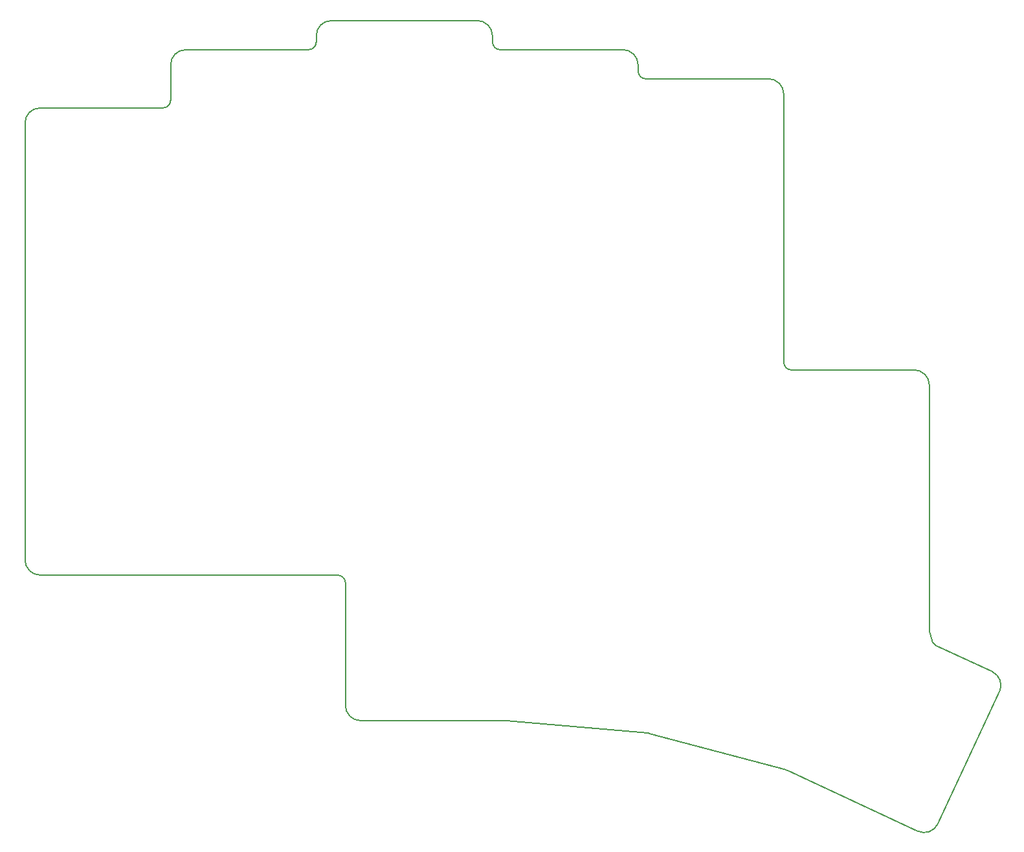
<source format=gbr>
%TF.GenerationSoftware,KiCad,Pcbnew,9.0.6*%
%TF.CreationDate,2026-01-03T00:52:00-08:00*%
%TF.ProjectId,pcb_left,7063625f-6c65-4667-942e-6b696361645f,4.2.1*%
%TF.SameCoordinates,Original*%
%TF.FileFunction,Profile,NP*%
%FSLAX46Y46*%
G04 Gerber Fmt 4.6, Leading zero omitted, Abs format (unit mm)*
G04 Created by KiCad (PCBNEW 9.0.6) date 2026-01-03 00:52:00*
%MOMM*%
%LPD*%
G01*
G04 APERTURE LIST*
%TA.AperFunction,Profile*%
%ADD10C,0.150000*%
%TD*%
G04 APERTURE END LIST*
D10*
X106575000Y-91755000D02*
G75*
G02*
X105575000Y-92755000I-1000000J0D01*
G01*
X87525000Y-94755000D02*
G75*
G02*
X89525000Y-92755000I2000000J0D01*
G01*
X109385000Y-161525000D02*
G75*
G02*
X110385000Y-162525000I0J-1000000D01*
G01*
X106575000Y-90945000D02*
X106575000Y-91755000D01*
X131391173Y-180578805D02*
X149976730Y-182204831D01*
X167725000Y-133665000D02*
X167725000Y-98565000D01*
X127625000Y-88945000D02*
X108575000Y-88945000D01*
X165725000Y-96565000D02*
G75*
G02*
X167725000Y-98565000I0J-2000000D01*
G01*
X149675000Y-96565000D02*
G75*
G02*
X148675000Y-95565000I0J1000000D01*
G01*
X70475000Y-161525000D02*
G75*
G02*
X68475000Y-159525000I0J2000000D01*
G01*
X184775000Y-134665000D02*
G75*
G02*
X186775000Y-136665000I0J-2000000D01*
G01*
X187891175Y-194061934D02*
G75*
G02*
X185233310Y-195029342I-1812675J845334D01*
G01*
X187089052Y-170054129D02*
X186805083Y-168922707D01*
X110385000Y-162525000D02*
X110385000Y-178575000D01*
X187891175Y-194061934D02*
X195942053Y-176796771D01*
X70475000Y-161525000D02*
X109385000Y-161525000D01*
X68475000Y-102375000D02*
X68475000Y-159525000D01*
X146675000Y-92755000D02*
G75*
G02*
X148675000Y-94755000I0J-2000000D01*
G01*
X186775000Y-168679272D02*
X186775000Y-136665000D01*
X131304017Y-180575000D02*
G75*
G02*
X131391173Y-180578805I-17J-1000400D01*
G01*
X168042235Y-187029740D02*
G75*
G02*
X168206031Y-187089365I-259135J-966660D01*
G01*
X86525000Y-100375000D02*
X70475000Y-100375000D01*
X87525000Y-99375000D02*
G75*
G02*
X86525000Y-100375000I-1000000J0D01*
G01*
X129625000Y-91755000D02*
X129625000Y-90945000D01*
X68475000Y-102375000D02*
G75*
G02*
X70475000Y-100375000I2000000J0D01*
G01*
X194974674Y-174138919D02*
X187636351Y-170717003D01*
X130625000Y-92755000D02*
G75*
G02*
X129625000Y-91755000I0J1000000D01*
G01*
X106575000Y-90945000D02*
G75*
G02*
X108575000Y-88945000I2000000J0D01*
G01*
X148675000Y-95565000D02*
X148675000Y-94755000D01*
X146675000Y-92755000D02*
X130625000Y-92755000D01*
X112385000Y-180575000D02*
X131304017Y-180575000D01*
X187636351Y-170717003D02*
G75*
G02*
X187089060Y-170054127I422749J906403D01*
G01*
X149976730Y-182204831D02*
G75*
G02*
X150148395Y-182235094I-87030J-995669D01*
G01*
X87525000Y-94755000D02*
X87525000Y-99375000D01*
X194974674Y-174138919D02*
G75*
G02*
X195942072Y-176796780I-845374J-1812681D01*
G01*
X168206034Y-187089358D02*
X185233323Y-195029313D01*
X112385000Y-180575000D02*
G75*
G02*
X110385000Y-178575000I0J2000000D01*
G01*
X150148393Y-182235100D02*
X168042235Y-187029740D01*
X184775000Y-134665000D02*
X168725000Y-134665000D01*
X168725000Y-134665000D02*
G75*
G02*
X167725000Y-133665000I0J1000000D01*
G01*
X165725000Y-96565000D02*
X149675000Y-96565000D01*
X105575000Y-92755000D02*
X89525000Y-92755000D01*
X127625000Y-88945000D02*
G75*
G02*
X129625000Y-90945000I0J-2000000D01*
G01*
X186805083Y-168922707D02*
G75*
G02*
X186774998Y-168679272I970417J243507D01*
G01*
M02*

</source>
